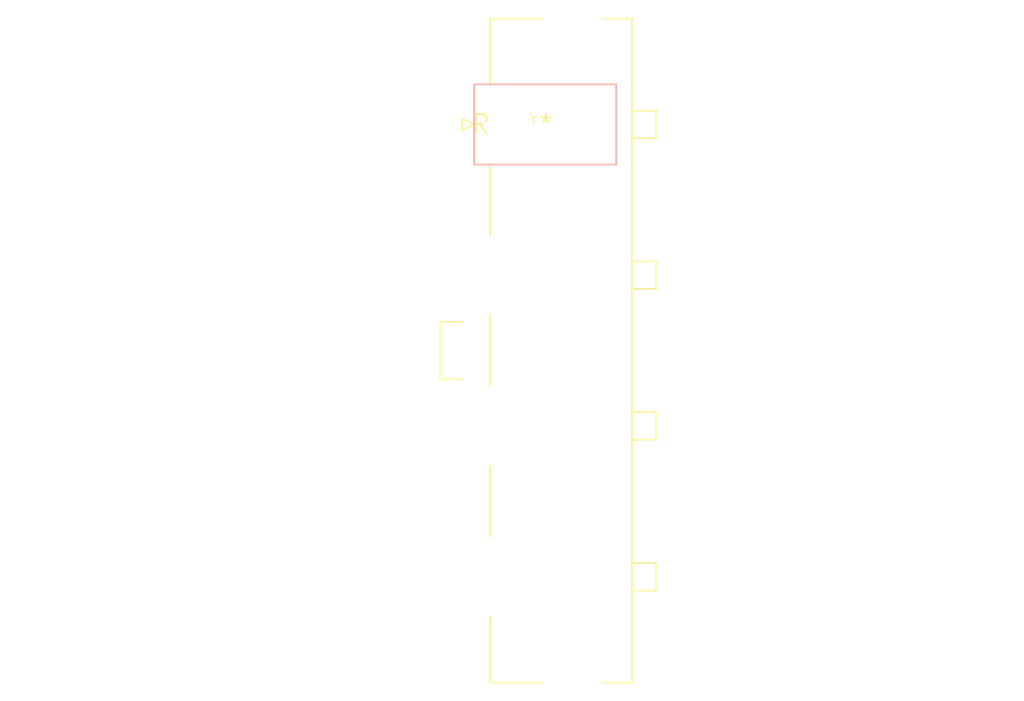
<source format=kicad_pcb>
(kicad_pcb (version 20240108) (generator pcbnew)
  (layers (0 "F.Cu" signal) (31 "B.Cu" signal) (34 "B.Paste" user) (35 "F.Paste" user) (36 "B.SilkS" user "B.Silkscreen") (37 "F.SilkS" user "F.Silkscreen") (38 "B.Mask" user) (39 "F.Mask" user) (44 "Edge.Cuts" user))
  (net 0 "")
  (footprint "Molex_Mini-Fit_Sr_42819-42XX_1x04_P10.00mm_Vertical_ThermalVias" (layer "F.Cu") (at 0 0)
    (property "Reference" "REF**")
    (property "Value" "Molex_Mini-Fit_Sr_42819-42XX_1x04_P10.00mm_Vertical_ThermalVias")
    (fp_line (start -2.51 -2.66) (end -2.51 2.66) (layer "B.SilkS") (stroke (width 0.12)))
    (fp_line (start -2.51 2.66) (end 6.91 2.66) (layer "B.SilkS") (stroke (width 0.12)))
    (fp_line (start 6.91 -2.66) (end -2.51 -2.66) (layer "B.SilkS") (stroke (width 0.12)))
    (fp_line (start 6.91 2.66) (end 6.91 -2.66) (layer "B.SilkS") (stroke (width 0.12)))
    (fp_line (start -4.75 13.09) (end -4.75 16.91) (layer "F.SilkS") (stroke (width 0.12)))
    (fp_line (start -4.75 16.91) (end -3.25 16.91) (layer "F.SilkS") (stroke (width 0.12)))
    (fp_line (start -3.31 -0.4) (end -3.31 0.4) (layer "F.SilkS") (stroke (width 0.12)))
    (fp_line (start -3.31 0.4) (end -2.51 0) (layer "F.SilkS") (stroke (width 0.12)))
    (fp_line (start -3.25 13.09) (end -4.75 13.09) (layer "F.SilkS") (stroke (width 0.12)))
    (fp_line (start -2.51 0) (end -3.31 -0.4) (layer "F.SilkS") (stroke (width 0.12)))
    (fp_line (start -1.45 -7.02) (end 2.05 -7.02) (layer "F.SilkS") (stroke (width 0.12)))
    (fp_line (start -1.45 -2.66) (end -1.45 -7.02) (layer "F.SilkS") (stroke (width 0.12)))
    (fp_line (start -1.45 2.66) (end -1.45 7.34) (layer "F.SilkS") (stroke (width 0.12)))
    (fp_line (start -1.45 12.66) (end -1.45 17.34) (layer "F.SilkS") (stroke (width 0.12)))
    (fp_line (start -1.45 22.66) (end -1.45 27.34) (layer "F.SilkS") (stroke (width 0.12)))
    (fp_line (start -1.45 32.66) (end -1.45 37.02) (layer "F.SilkS") (stroke (width 0.12)))
    (fp_line (start -1.45 37.02) (end 2.05 37.02) (layer "F.SilkS") (stroke (width 0.12)))
    (fp_line (start 6.05 -7.02) (end 7.97 -7.02) (layer "F.SilkS") (stroke (width 0.12)))
    (fp_line (start 6.05 37.02) (end 7.97 37.02) (layer "F.SilkS") (stroke (width 0.12)))
    (fp_line (start 7.97 -7.02) (end 7.97 15) (layer "F.SilkS") (stroke (width 0.12)))
    (fp_line (start 7.97 -0.91) (end 9.57 -0.91) (layer "F.SilkS") (stroke (width 0.12)))
    (fp_line (start 7.97 9.09) (end 9.57 9.09) (layer "F.SilkS") (stroke (width 0.12)))
    (fp_line (start 7.97 19.09) (end 9.57 19.09) (layer "F.SilkS") (stroke (width 0.12)))
    (fp_line (start 7.97 29.09) (end 9.57 29.09) (layer "F.SilkS") (stroke (width 0.12)))
    (fp_line (start 7.97 37.02) (end 7.97 15) (layer "F.SilkS") (stroke (width 0.12)))
    (fp_line (start 9.57 -0.91) (end 9.57 0.91) (layer "F.SilkS") (stroke (width 0.12)))
    (fp_line (start 9.57 0.91) (end 7.97 0.91) (layer "F.SilkS") (stroke (width 0.12)))
    (fp_line (start 9.57 9.09) (end 9.57 10.91) (layer "F.SilkS") (stroke (width 0.12)))
    (fp_line (start 9.57 10.91) (end 7.97 10.91) (layer "F.SilkS") (stroke (width 0.12)))
    (fp_line (start 9.57 19.09) (end 9.57 20.91) (layer "F.SilkS") (stroke (width 0.12)))
    (fp_line (start 9.57 20.91) (end 7.97 20.91) (layer "F.SilkS") (stroke (width 0.12)))
    (fp_line (start 9.57 29.09) (end 9.57 30.91) (layer "F.SilkS") (stroke (width 0.12)))
    (fp_line (start 9.57 30.91) (end 7.97 30.91) (layer "F.SilkS") (stroke (width 0.12)))
    (pad "" thru_hole circle (at 4.05 -5.73) (size 4 4) (drill 3) (layers *.Cu *.Mask) (remove_unused_layers))
    (pad "" thru_hole circle (at 4.05 35.73) (size 4 4) (drill 3) (layers *.Cu *.Mask) (remove_unused_layers))
    (pad "1" thru_hole roundrect (at -1.8 -1.95) (size 0.6 0.6) (drill 0.3) (layers *.Cu *.Mask) (remove_unused_layers))
    (pad "1" thru_hole roundrect (at -1.8 0) (size 0.6 0.6) (drill 0.3) (layers *.Cu *.Mask) (remove_unused_layers))
    (pad "1" thru_hole roundrect (at -1.8 1.95) (size 0.6 0.6) (drill 0.3) (layers *.Cu *.Mask) (remove_unused_layers))
    (pad "1" thru_hole rect (at 0 0) (size 4.5 4.8) (drill 2.8) (layers *.Cu *.Mask) (remove_unused_layers))
    (pad "1" thru_hole roundrect (at 0.2 -1.95) (size 0.6 0.6) (drill 0.3) (layers *.Cu *.Mask) (remove_unused_layers))
    (pad "1" thru_hole roundrect (at 0.2 1.95) (size 0.6 0.6) (drill 0.3) (layers *.Cu *.Mask) (remove_unused_layers))
    (pad "1" thru_hole roundrect (at 2.2 -1.95) (size 0.6 0.6) (drill 0.3) (layers *.Cu *.Mask) (remove_unused_layers))
    (pad "1" thru_hole roundrect (at 2.2 0) (size 0.6 0.6) (drill 0.3) (layers *.Cu *.Mask) (remove_unused_layers))
    (pad "1" thru_hole roundrect (at 2.2 1.95) (size 0.6 0.6) (drill 0.3) (layers *.Cu *.Mask) (remove_unused_layers))
    (pad "1" thru_hole roundrect (at 4.2 -1.95) (size 0.6 0.6) (drill 0.3) (layers *.Cu *.Mask) (remove_unused_layers))
    (pad "1" thru_hole roundrect (at 4.2 1.95) (size 0.6 0.6) (drill 0.3) (layers *.Cu *.Mask) (remove_unused_layers))
    (pad "1" thru_hole rect (at 4.4 0) (size 4.5 4.8) (drill 2.8) (layers *.Cu *.Mask) (remove_unused_layers))
    (pad "1" thru_hole roundrect (at 6.2 -1.95) (size 0.6 0.6) (drill 0.3) (layers *.Cu *.Mask) (remove_unused_layers))
    (pad "1" thru_hole roundrect (at 6.2 0) (size 0.6 0.6) (drill 0.3) (layers *.Cu *.Mask) (remove_unused_layers))
    (pad "1" thru_hole roundrect (at 6.2 1.95) (size 0.6 0.6) (drill 0.3) (layers *.Cu *.Mask) (remove_unused_layers))
    (pad "2" thru_hole circle (at -1.8 8.05) (size 0.6 0.6) (drill 0.3) (layers *.Cu *.Mask) (remove_unused_layers))
    (pad "2" thru_hole circle (at -1.8 10) (size 0.6 0.6) (drill 0.3) (layers *.Cu *.Mask) (remove_unused_layers))
    (pad "2" thru_hole circle (at -1.8 11.95) (size 0.6 0.6) (drill 0.3) (layers *.Cu *.Mask) (remove_unused_layers))
    (pad "2" thru_hole rect (at 0 10) (size 4.5 4.8) (drill 2.8) (layers *.Cu *.Mask) (remove_unused_layers))
    (pad "2" thru_hole circle (at 0.2 8.05) (size 0.6 0.6) (drill 0.3) (layers *.Cu *.Mask) (remove_unused_layers))
    (pad "2" thru_hole circle (at 0.2 11.95) (size 0.6 0.6) (drill 0.3) (layers *.Cu *.Mask) (remove_unused_layers))
    (pad "2" thru_hole circle (at 2.2 8.05) (size 0.6 0.6) (drill 0.3) (layers *.Cu *.Mask) (remove_unused_layers))
    (pad "2" thru_hole circle (at 2.2 10) (size 0.6 0.6) (drill 0.3) (layers *.Cu *.Mask) (remove_unused_layers))
    (pad "2" thru_hole circle (at 2.2 11.95) (size 0.6 0.6) (drill 0.3) (layers *.Cu *.Mask) (remove_unused_layers))
    (pad "2" thru_hole circle (at 4.2 8.05) (size 0.6 0.6) (drill 0.3) (layers *.Cu *.Mask) (remove_unused_layers))
    (pad "2" thru_hole circle (at 4.2 11.95) (size 0.6 0.6) (drill 0.3) (layers *.Cu *.Mask) (remove_unused_layers))
    (pad "2" thru_hole rect (at 4.4 10) (size 4.5 4.8) (drill 2.8) (layers *.Cu *.Mask) (remove_unused_layers))
    (pad "2" thru_hole circle (at 6.2 8.05) (size 0.6 0.6) (drill 0.3) (layers *.Cu *.Mask) (remove_unused_layers))
    (pad "2" thru_hole circle (at 6.2 10) (size 0.6 0.6) (drill 0.3) (layers *.Cu *.Mask) (remove_unused_layers))
    (pad "2" thru_hole circle (at 6.2 11.95) (size 0.6 0.6) (drill 0.3) (layers *.Cu *.Mask) (remove_unused_layers))
    (pad "3" thru_hole circle (at -1.8 18.05) (size 0.6 0.6) (drill 0.3) (layers *.Cu *.Mask) (remove_unused_layers))
    (pad "3" thru_hole circle (at -1.8 20) (size 0.6 0.6) (drill 0.3) (layers *.Cu *.Mask) (remove_unused_layers))
    (pad "3" thru_hole circle (at -1.8 21.95) (size 0.6 0.6) (drill 0.3) (layers *.Cu *.Mask) (remove_unused_layers))
    (pad "3" thru_hole rect (at 0 20) (size 4.5 4.8) (drill 2.8) (layers *.Cu *.Mask) (remove_unused_layers))
    (pad "3" thru_hole circle (at 0.2 18.05) (size 0.6 0.6) (drill 0.3) (layers *.Cu *.Mask) (remove_unused_layers))
    (pad "3" thru_hole circle (at 0.2 21.95) (size 0.6 0.6) (drill 0.3) (layers *.Cu *.Mask) (remove_unused_layers))
    (pad "3" thru_hole circle (at 2.2 18.05) (size 0.6 0.6) (drill 0.3) (layers *.Cu *.Mask) (remove_unused_layers))
    (pad "3" thru_hole circle (at 2.2 20) (size 0.6 0.6) (drill 0.3) (layers *.Cu *.Mask) (remove_unused_layers))
    (pad "3" thru_hole circle (at 2.2 21.95) (size 0.6 0.6) (drill 0.3) (layers *.Cu *.Mask) (remove_unused_layers))
    (pad "3" thru_hole circle (at 4.2 18.05) (size 0.6 0.6) (drill 0.3) (layers *.Cu *.Mask) (remove_unused_layers))
    (pad "3" thru_hole circle (at 4.2 21.95) (size 0.6 0.6) (drill 0.3) (layers *.Cu *.Mask) (remove_unused_layers))
    (pad "3" thru_hole rect (at 4.4 20) (size 4.5 4.8) (drill 2.8) (layers *.Cu *.Mask) (remove_unused_layers))
    (pad "3" thru_hole circle (at 6.2 18.05) (size 0.6 0.6) (drill 0.3) (layers *.Cu *.Mask) (remove_unused_layers))
    (pad "3" thru_hole circle (at 6.2 20) (size 0.6 0.6) (drill 0.3) (layers *.Cu *.Mask) (remove_unused_layers))
    (pad "3" thru_hole circle (at 6.2 21.95) (size 0.6 0.6) (drill 0.3) (layers *.Cu *.Mask) (remove_unused_layers))
    (pad "4" thru_hole circle (at -1.8 28.05) (size 0.6 0.6) (drill 0.3) (layers *.Cu *.Mask) (remove_unused_layers))
    (pad "4" thru_hole circle (at -1.8 30) (size 0.6 0.6) (drill 0.3) (layers *.Cu *.Mask) (remove_unused_layers))
    (pad "4" thru_hole circle (at -1.8 31.95) (size 0.6 0.6) (drill 0.3) (layers *.Cu *.Mask) (remove_unused_layers))
    (pad "4" thru_hole rect (at 0 30) (size 4.5 4.8) (drill 2.8) (layers *.Cu *.Mask) (remove_unused_layers))
    (pad "4" thru_hole circle (at 0.2 28.05) (size 0.6 0.6) (drill 0.3) (layers *.Cu *.Mask) (remove_unused_layers))
    (pad "4" thru_hole circle (at 0.2 31.95) (size 0.6 0.6) (drill 0.3) (layers *.Cu *.Mask) (remove_unused_layers))
    (pad "4" thru_hole circle (at 2.2 28.05) (size 0.6 0.6) (drill 0.3) (layers *.Cu *.Mask) (remove_unused_layers))
    (pad "4" thru_hole circle (at 2.2 30) (size 0.6 0.6) (drill 0.3) (layers *.Cu *.Mask) (remove_unused_layers))
    (pad "4" thru_hole circle (at 2.2 31.95) (size 0.6 0.6) (drill 0.3) (layers *.Cu *.Mask) (remove_unused_layers))
    (pad "4" thru_hole circle (at 4.2 28.05) (size 0.6 0.6) (drill 0.3) (layers *.Cu *.Mask) (remove_unused_layers))
    (pad "4" thru_hole circle (at 4.2 31.95) (size 0.6 0.6) (drill 0.3) (layers *.Cu *.Mask) (remove_unused_layers))
    (pad "4" thru_hole rect (at 4.4 30) (size 4.5 4.8) (drill 2.8) (layers *.Cu *.Mask) (remove_unused_layers))
    (pad "4" thru_hole circle (at 6.2 28.05) (size 0.6 0.6) (drill 0.3) (layers *.Cu *.Mask) (remove_unused_layers))
    (pad "4" thru_hole circle (at 6.2 30) (size 0.6 0.6) (drill 0.3) (layers *.Cu *.Mask) (remove_unused_layers))
    (pad "4" thru_hole circle (at 6.2 31.95) (size 0.6 0.6) (drill 0.3) (layers *.Cu *.Mask) (remove_unused_layers))
  )
)
</source>
